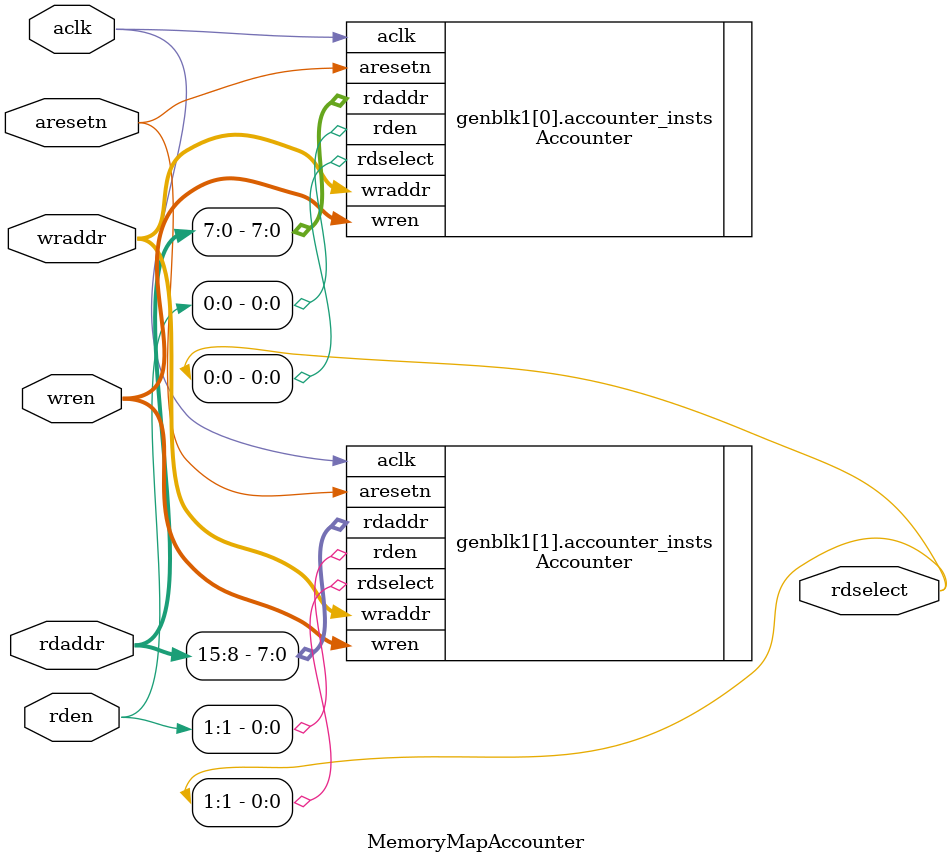
<source format=sv>


`default_nettype none

module MemoryMapAccounter

    #(
    // Write/Read address width
    parameter ADDR_WIDTH = 8,
    // RAM depth
    parameter RAM_DEPTH = 2**ADDR_WIDTH,
    // Number of write agent
    parameter NB_WRAGENT = 2,
    // Number of read agent
    parameter NB_RDAGENT = 2,
    // Width of the read selector to use output mux
    parameter SELECT_WIDTH = 1 ? 1 : $clog2(NB_WRAGENT)
    )(
    input  wire                               aclk,
    input  wire                               aresetn,
    input  wire [             NB_WRAGENT-1:0] wren,
    input  wire [  NB_WRAGENT*ADDR_WIDTH-1:0] wraddr,
    input  wire [             NB_RDAGENT-1:0] rden,
    input  wire [  NB_RDAGENT*ADDR_WIDTH-1:0] rdaddr,
    output wire [NB_RDAGENT*SELECT_WIDTH-1:0] rdselect
    );

    genvar i;

    generate
        for (i=0; i<NB_RDAGENT; i=i+1) begin
            Accounter 
            #(
            .ADDR_WIDTH   (ADDR_WIDTH),
            .RAM_DEPTH    (RAM_DEPTH ),
            .NB_WRAGENT   (NB_WRAGENT),
            .SELECT_WIDTH (SELECT_WIDTH)
            ) accounter_insts (
            .aclk     (aclk),
            .aresetn  (aresetn),
            .wren     (wren),
            .wraddr   (wraddr),
            .rden     (rden[i]),
            .rdaddr   (rdaddr[ADDR_WIDTH*i+:ADDR_WIDTH]),
            .rdselect (rdselect[SELECT_WIDTH*i+:SELECT_WIDTH])
            );
        end
    endgenerate
 
endmodule

`resetall

</source>
